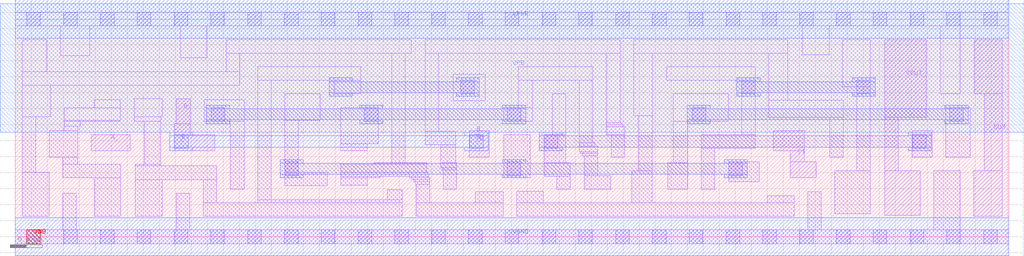
<source format=lef>
# Copyright 2020 The SkyWater PDK Authors
#
# Licensed under the Apache License, Version 2.0 (the "License");
# you may not use this file except in compliance with the License.
# You may obtain a copy of the License at
#
#     https://www.apache.org/licenses/LICENSE-2.0
#
# Unless required by applicable law or agreed to in writing, software
# distributed under the License is distributed on an "AS IS" BASIS,
# WITHOUT WARRANTIES OR CONDITIONS OF ANY KIND, either express or implied.
# See the License for the specific language governing permissions and
# limitations under the License.
#
# SPDX-License-Identifier: Apache-2.0

VERSION 5.7 ;
  NOWIREEXTENSIONATPIN ON ;
  DIVIDERCHAR "/" ;
  BUSBITCHARS "[]" ;
MACRO sky130_fd_sc_hd__fah_1
  CLASS CORE ;
  FOREIGN sky130_fd_sc_hd__fah_1 ;
  ORIGIN  0.000000  0.000000 ;
  SIZE  12.42000 BY  2.720000 ;
  SYMMETRY X Y R90 ;
  SITE unithd ;
  PIN A
    ANTENNAGATEAREA  0.492000 ;
    DIRECTION INPUT ;
    USE SIGNAL ;
    PORT
      LAYER li1 ;
        RECT 0.950000 1.075000 1.440000 1.275000 ;
    END
  END A
  PIN B
    ANTENNAGATEAREA  0.691500 ;
    DIRECTION INPUT ;
    USE SIGNAL ;
    PORT
      LAYER li1 ;
        RECT 1.990000 1.075000 2.495000 1.275000 ;
        RECT 1.990000 1.275000 2.190000 1.410000 ;
        RECT 2.015000 1.410000 2.190000 1.725000 ;
      LAYER mcon ;
        RECT 1.990000 1.105000 2.160000 1.275000 ;
    END
    PORT
      LAYER li1 ;
        RECT 5.675000 0.995000 5.925000 1.325000 ;
      LAYER mcon ;
        RECT 5.680000 1.105000 5.850000 1.275000 ;
    END
    PORT
      LAYER met1 ;
        RECT 1.930000 1.075000 2.220000 1.120000 ;
        RECT 1.930000 1.120000 5.910000 1.260000 ;
        RECT 1.930000 1.260000 2.220000 1.305000 ;
        RECT 5.620000 1.075000 5.910000 1.120000 ;
        RECT 5.620000 1.260000 5.910000 1.305000 ;
    END
  END B
  PIN CI
    ANTENNAGATEAREA  0.246000 ;
    DIRECTION INPUT ;
    USE SIGNAL ;
    PORT
      LAYER li1 ;
        RECT 9.475000 1.075000  9.865000 1.325000 ;
        RECT 9.690000 0.735000 10.010000 0.935000 ;
        RECT 9.690000 0.935000  9.865000 1.075000 ;
    END
  END CI
  PIN COUT
    ANTENNADIFFAREA  0.435500 ;
    DIRECTION OUTPUT ;
    USE SIGNAL ;
    PORT
      LAYER li1 ;
        RECT 10.870000 0.270000 11.310000 0.825000 ;
        RECT 10.870000 0.825000 11.040000 1.495000 ;
        RECT 10.870000 1.495000 11.390000 2.465000 ;
    END
  END COUT
  PIN SUM
    ANTENNADIFFAREA  0.506000 ;
    DIRECTION OUTPUT ;
    USE SIGNAL ;
    PORT
      LAYER li1 ;
        RECT 11.980000 0.255000 12.335000 0.825000 ;
        RECT 11.985000 1.785000 12.335000 2.465000 ;
        RECT 12.110000 0.825000 12.335000 1.785000 ;
    END
  END SUM
  PIN VNB
    PORT
      LAYER pwell ;
        RECT 0.145000 -0.085000 0.315000 0.085000 ;
    END
  END VNB
  PIN VPB
    PORT
      LAYER nwell ;
        RECT -0.190000 1.305000 12.610000 2.910000 ;
    END
  END VPB
  PIN VGND
    DIRECTION INOUT ;
    SHAPE ABUTMENT ;
    USE GROUND ;
    PORT
      LAYER met1 ;
        RECT 0.000000 -0.240000 12.420000 0.240000 ;
    END
  END VGND
  PIN VPWR
    DIRECTION INOUT ;
    SHAPE ABUTMENT ;
    USE POWER ;
    PORT
      LAYER met1 ;
        RECT 0.000000 2.480000 12.420000 2.960000 ;
    END
  END VPWR
  OBS
    LAYER li1 ;
      RECT  0.000000 -0.085000 12.420000 0.085000 ;
      RECT  0.000000  2.635000 12.420000 2.805000 ;
      RECT  0.085000  0.255000  0.425000 0.805000 ;
      RECT  0.085000  0.805000  0.255000 1.500000 ;
      RECT  0.085000  1.500000  0.445000 1.895000 ;
      RECT  0.085000  1.895000  2.805000 2.065000 ;
      RECT  0.085000  2.065000  0.395000 2.465000 ;
      RECT  0.425000  0.995000  0.780000 1.325000 ;
      RECT  0.565000  2.260000  0.930000 2.635000 ;
      RECT  0.595000  0.085000  0.765000 0.545000 ;
      RECT  0.595000  0.735000  1.320000 0.905000 ;
      RECT  0.595000  0.905000  0.780000 0.995000 ;
      RECT  0.610000  1.325000  0.780000 1.380000 ;
      RECT  0.610000  1.380000  0.815000 1.445000 ;
      RECT  0.610000  1.445000  1.315000 1.455000 ;
      RECT  0.615000  1.455000  1.315000 1.615000 ;
      RECT  0.985000  1.615000  1.315000 1.715000 ;
      RECT  0.990000  0.255000  1.320000 0.735000 ;
      RECT  1.490000  1.445000  1.820000 1.500000 ;
      RECT  1.490000  1.500000  1.840000 1.725000 ;
      RECT  1.500000  0.255000  1.840000 0.715000 ;
      RECT  1.500000  0.715000  2.520000 0.885000 ;
      RECT  1.500000  0.885000  1.820000 0.905000 ;
      RECT  1.615000  0.905000  1.820000 1.445000 ;
      RECT  2.010000  0.085000  2.180000 0.545000 ;
      RECT  2.065000  2.235000  2.395000 2.635000 ;
      RECT  2.350000  0.255000  4.840000 0.425000 ;
      RECT  2.350000  0.425000  2.520000 0.715000 ;
      RECT  2.360000  1.445000  2.860000 1.715000 ;
      RECT  2.635000  2.065000  2.805000 2.295000 ;
      RECT  2.635000  2.295000  4.950000 2.465000 ;
      RECT  2.690000  0.595000  2.860000 1.445000 ;
      RECT  3.030000  0.425000  4.840000 0.465000 ;
      RECT  3.030000  0.465000  3.200000 1.955000 ;
      RECT  3.030000  1.955000  4.320000 2.125000 ;
      RECT  3.370000  0.635000  3.900000 0.805000 ;
      RECT  3.370000  0.805000  3.540000 1.455000 ;
      RECT  3.370000  1.455000  3.815000 1.785000 ;
      RECT  3.985000  1.785000  4.320000 1.955000 ;
      RECT  4.070000  0.645000  4.400000 0.735000 ;
      RECT  4.070000  0.735000  4.560000 0.755000 ;
      RECT  4.070000  0.755000  5.170000 0.780000 ;
      RECT  4.070000  0.780000  5.155000 0.805000 ;
      RECT  4.070000  0.805000  5.145000 0.905000 ;
      RECT  4.070000  1.075000  4.400000 1.160000 ;
      RECT  4.070000  1.160000  4.535000 1.615000 ;
      RECT  4.480000  0.905000  5.145000 0.925000 ;
      RECT  4.650000  0.465000  4.840000 0.585000 ;
      RECT  4.705000  0.925000  4.875000 2.295000 ;
      RECT  4.925000  0.735000  5.180000 0.740000 ;
      RECT  4.925000  0.740000  5.170000 0.755000 ;
      RECT  4.950000  0.715000  5.180000 0.735000 ;
      RECT  4.980000  0.690000  5.180000 0.715000 ;
      RECT  5.000000  0.655000  5.180000 0.690000 ;
      RECT  5.010000  0.255000  6.100000 0.425000 ;
      RECT  5.010000  0.425000  5.180000 0.655000 ;
      RECT  5.125000  1.150000  5.505000 1.320000 ;
      RECT  5.125000  1.320000  5.295000 2.295000 ;
      RECT  5.125000  2.295000  7.560000 2.465000 ;
      RECT  5.320000  0.865000  5.520000 0.925000 ;
      RECT  5.320000  0.925000  5.505000 1.150000 ;
      RECT  5.335000  0.840000  5.520000 0.865000 ;
      RECT  5.350000  0.595000  5.520000 0.840000 ;
      RECT  5.475000  1.700000  5.875000 2.030000 ;
      RECT  5.750000  0.425000  6.100000 0.565000 ;
      RECT  6.105000  0.740000  6.435000 1.275000 ;
      RECT  6.105000  1.445000  6.460000 1.615000 ;
      RECT  6.270000  0.255000  9.735000 0.425000 ;
      RECT  6.270000  0.425000  6.600000 0.570000 ;
      RECT  6.290000  1.615000  6.460000 1.955000 ;
      RECT  6.290000  1.955000  7.220000 2.125000 ;
      RECT  6.610000  0.755000  6.940000 0.925000 ;
      RECT  6.610000  0.925000  6.880000 1.275000 ;
      RECT  6.710000  1.275000  6.880000 1.785000 ;
      RECT  6.770000  0.595000  6.940000 0.755000 ;
      RECT  7.050000  1.060000  7.280000 1.130000 ;
      RECT  7.050000  1.130000  7.245000 1.175000 ;
      RECT  7.050000  1.175000  7.220000 1.955000 ;
      RECT  7.065000  1.045000  7.280000 1.060000 ;
      RECT  7.090000  1.010000  7.280000 1.045000 ;
      RECT  7.110000  0.595000  7.445000 0.765000 ;
      RECT  7.110000  0.765000  7.280000 1.010000 ;
      RECT  7.390000  1.275000  7.620000 1.375000 ;
      RECT  7.390000  1.375000  7.595000 1.400000 ;
      RECT  7.390000  1.400000  7.575000 1.425000 ;
      RECT  7.390000  1.425000  7.560000 2.295000 ;
      RECT  7.450000  0.995000  7.620000 1.275000 ;
      RECT  7.705000  0.425000  7.960000 0.825000 ;
      RECT  7.730000  1.510000  7.960000 2.295000 ;
      RECT  7.730000  2.295000  9.655000 2.465000 ;
      RECT  7.790000  0.825000  7.960000 1.510000 ;
      RECT  8.145000  1.955000  9.250000 2.125000 ;
      RECT  8.155000  0.595000  8.405000 0.925000 ;
      RECT  8.225000  0.925000  8.405000 1.445000 ;
      RECT  8.225000  1.445000  8.910000 1.785000 ;
      RECT  8.575000  0.595000  8.745000 1.105000 ;
      RECT  8.575000  1.105000  9.250000 1.275000 ;
      RECT  8.920000  0.685000  9.300000 0.935000 ;
      RECT  9.080000  1.275000  9.250000 1.955000 ;
      RECT  9.400000  0.425000  9.735000 0.515000 ;
      RECT  9.420000  1.495000 10.350000 1.705000 ;
      RECT  9.420000  1.705000  9.655000 2.295000 ;
      RECT  9.840000  2.275000 10.175000 2.635000 ;
      RECT  9.905000  0.085000 10.075000 0.565000 ;
      RECT 10.180000  0.995000 10.350000 1.495000 ;
      RECT 10.245000  0.285000 10.690000 0.825000 ;
      RECT 10.345000  1.875000 10.690000 2.465000 ;
      RECT 10.520000  0.825000 10.690000 1.875000 ;
      RECT 11.210000  0.995000 11.460000 1.325000 ;
      RECT 11.480000  0.085000 11.810000 0.825000 ;
      RECT 11.560000  1.785000 11.815000 2.635000 ;
      RECT 11.630000  0.995000 11.940000 1.615000 ;
    LAYER mcon ;
      RECT  0.145000 -0.085000  0.315000 0.085000 ;
      RECT  0.145000  2.635000  0.315000 2.805000 ;
      RECT  0.605000 -0.085000  0.775000 0.085000 ;
      RECT  0.605000  2.635000  0.775000 2.805000 ;
      RECT  1.065000 -0.085000  1.235000 0.085000 ;
      RECT  1.065000  2.635000  1.235000 2.805000 ;
      RECT  1.525000 -0.085000  1.695000 0.085000 ;
      RECT  1.525000  2.635000  1.695000 2.805000 ;
      RECT  1.985000 -0.085000  2.155000 0.085000 ;
      RECT  1.985000  2.635000  2.155000 2.805000 ;
      RECT  2.445000 -0.085000  2.615000 0.085000 ;
      RECT  2.445000  2.635000  2.615000 2.805000 ;
      RECT  2.450000  1.445000  2.620000 1.615000 ;
      RECT  2.905000 -0.085000  3.075000 0.085000 ;
      RECT  2.905000  2.635000  3.075000 2.805000 ;
      RECT  3.365000 -0.085000  3.535000 0.085000 ;
      RECT  3.365000  2.635000  3.535000 2.805000 ;
      RECT  3.370000  0.765000  3.540000 0.935000 ;
      RECT  3.825000 -0.085000  3.995000 0.085000 ;
      RECT  3.825000  2.635000  3.995000 2.805000 ;
      RECT  4.285000 -0.085000  4.455000 0.085000 ;
      RECT  4.285000  2.635000  4.455000 2.805000 ;
      RECT  4.365000  1.445000  4.535000 1.615000 ;
      RECT  4.745000 -0.085000  4.915000 0.085000 ;
      RECT  4.745000  2.635000  4.915000 2.805000 ;
      RECT  5.205000 -0.085000  5.375000 0.085000 ;
      RECT  5.205000  2.635000  5.375000 2.805000 ;
      RECT  5.570000  1.785000  5.740000 1.955000 ;
      RECT  5.665000 -0.085000  5.835000 0.085000 ;
      RECT  5.665000  2.635000  5.835000 2.805000 ;
      RECT  6.125000 -0.085000  6.295000 0.085000 ;
      RECT  6.125000  2.635000  6.295000 2.805000 ;
      RECT  6.150000  0.765000  6.320000 0.935000 ;
      RECT  6.150000  1.445000  6.320000 1.615000 ;
      RECT  6.585000 -0.085000  6.755000 0.085000 ;
      RECT  6.585000  2.635000  6.755000 2.805000 ;
      RECT  6.610000  1.105000  6.780000 1.275000 ;
      RECT  7.045000 -0.085000  7.215000 0.085000 ;
      RECT  7.045000  2.635000  7.215000 2.805000 ;
      RECT  7.505000 -0.085000  7.675000 0.085000 ;
      RECT  7.505000  2.635000  7.675000 2.805000 ;
      RECT  7.965000 -0.085000  8.135000 0.085000 ;
      RECT  7.965000  2.635000  8.135000 2.805000 ;
      RECT  8.425000 -0.085000  8.595000 0.085000 ;
      RECT  8.425000  2.635000  8.595000 2.805000 ;
      RECT  8.460000  1.445000  8.630000 1.615000 ;
      RECT  8.885000 -0.085000  9.055000 0.085000 ;
      RECT  8.885000  2.635000  9.055000 2.805000 ;
      RECT  8.920000  0.765000  9.090000 0.935000 ;
      RECT  9.080000  1.785000  9.250000 1.955000 ;
      RECT  9.345000 -0.085000  9.515000 0.085000 ;
      RECT  9.345000  2.635000  9.515000 2.805000 ;
      RECT  9.805000 -0.085000  9.975000 0.085000 ;
      RECT  9.805000  2.635000  9.975000 2.805000 ;
      RECT 10.265000 -0.085000 10.435000 0.085000 ;
      RECT 10.265000  2.635000 10.435000 2.805000 ;
      RECT 10.520000  1.785000 10.690000 1.955000 ;
      RECT 10.725000 -0.085000 10.895000 0.085000 ;
      RECT 10.725000  2.635000 10.895000 2.805000 ;
      RECT 11.185000 -0.085000 11.355000 0.085000 ;
      RECT 11.185000  2.635000 11.355000 2.805000 ;
      RECT 11.220000  1.105000 11.390000 1.275000 ;
      RECT 11.645000 -0.085000 11.815000 0.085000 ;
      RECT 11.645000  2.635000 11.815000 2.805000 ;
      RECT 11.680000  1.445000 11.850000 1.615000 ;
      RECT 12.105000 -0.085000 12.275000 0.085000 ;
      RECT 12.105000  2.635000 12.275000 2.805000 ;
    LAYER met1 ;
      RECT  2.390000 1.415000  2.680000 1.460000 ;
      RECT  2.390000 1.460000  6.380000 1.600000 ;
      RECT  2.390000 1.600000  2.680000 1.645000 ;
      RECT  3.310000 0.735000  3.600000 0.780000 ;
      RECT  3.310000 0.780000  9.150000 0.920000 ;
      RECT  3.310000 0.920000  3.600000 0.965000 ;
      RECT  3.925000 1.755000  4.215000 1.800000 ;
      RECT  3.925000 1.800000  5.800000 1.940000 ;
      RECT  3.925000 1.940000  4.215000 1.985000 ;
      RECT  4.305000 1.415000  4.595000 1.460000 ;
      RECT  4.305000 1.600000  4.595000 1.645000 ;
      RECT  5.510000 1.755000  5.800000 1.800000 ;
      RECT  5.510000 1.940000  5.800000 1.985000 ;
      RECT  6.090000 0.735000  6.380000 0.780000 ;
      RECT  6.090000 0.920000  6.380000 0.965000 ;
      RECT  6.090000 1.415000  6.380000 1.460000 ;
      RECT  6.090000 1.600000  6.380000 1.645000 ;
      RECT  6.550000 1.075000  6.840000 1.120000 ;
      RECT  6.550000 1.120000 11.450000 1.260000 ;
      RECT  6.550000 1.260000  6.840000 1.305000 ;
      RECT  8.400000 1.415000  8.690000 1.460000 ;
      RECT  8.400000 1.460000 11.910000 1.600000 ;
      RECT  8.400000 1.600000  8.690000 1.645000 ;
      RECT  8.860000 0.735000  9.150000 0.780000 ;
      RECT  8.860000 0.920000  9.150000 0.965000 ;
      RECT  9.020000 1.755000  9.310000 1.800000 ;
      RECT  9.020000 1.800000 10.750000 1.940000 ;
      RECT  9.020000 1.940000  9.310000 1.985000 ;
      RECT 10.460000 1.755000 10.750000 1.800000 ;
      RECT 10.460000 1.940000 10.750000 1.985000 ;
      RECT 11.160000 1.075000 11.450000 1.120000 ;
      RECT 11.160000 1.260000 11.450000 1.305000 ;
      RECT 11.620000 1.415000 11.910000 1.460000 ;
      RECT 11.620000 1.600000 11.910000 1.645000 ;
  END
END sky130_fd_sc_hd__fah_1
END LIBRARY

</source>
